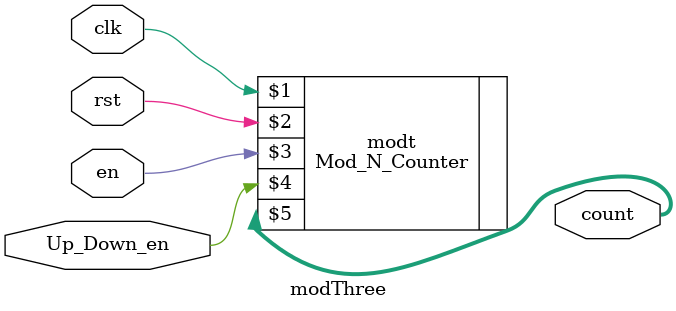
<source format=v>
`timescale 1ns / 1ps


module modThree(input clk, rst,en,Up_Down_en, output [1:0]count);

Mod_N_Counter  #(2,3)modt (clk, rst,en,Up_Down_en, count);

endmodule


</source>
